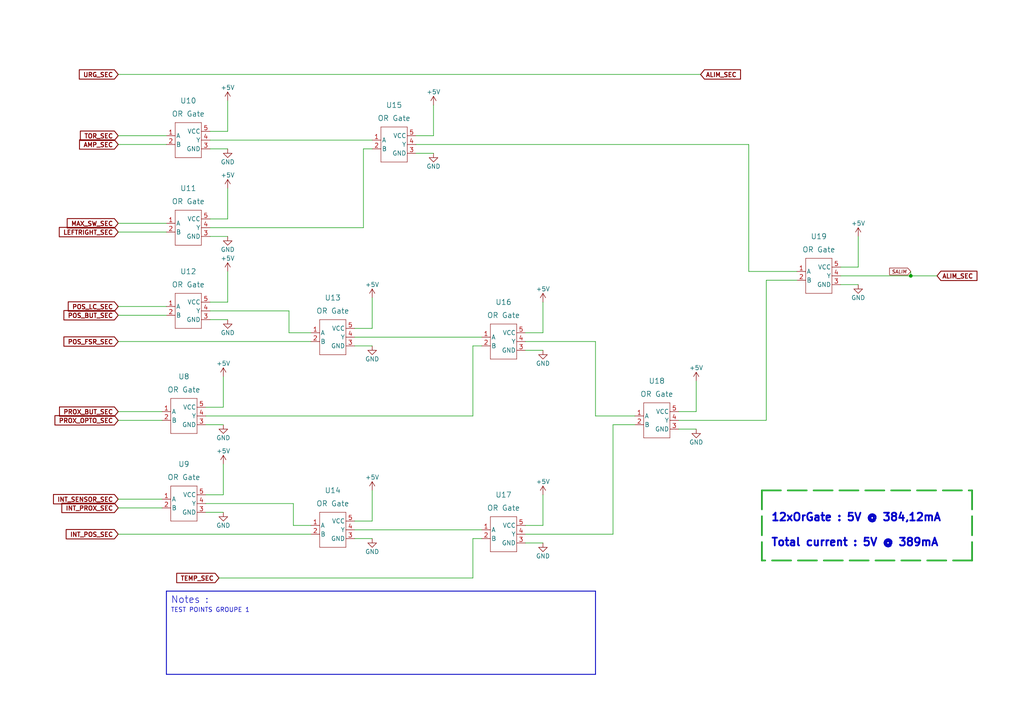
<source format=kicad_sch>
(kicad_sch (version 20211123) (generator eeschema)
  (paper "A4")
  (lib_symbols
    (symbol "SymLib:SN74LVC1G32DBVR" (pin_names (offset 0.254))
      (property "Reference" "U" (at 25.4 10.16 0))
      (property "Value" "SN74LVC1G32DBVR" (at 25.4 7.62 0))
      (symbol "SN74LVC1G32DBVR_0_1"
        (polyline (pts (xy 21.59 -7.62) (xy 29.21 -7.62)) (stroke (width 0.127)))
        (polyline (pts (xy 21.59 2.54) (xy 21.59 -7.62)) (stroke (width 0.127)))
        (polyline (pts (xy 29.21 -7.62) (xy 29.21 2.54)) (stroke (width 0.127)))
        (polyline (pts (xy 29.21 2.54) (xy 21.59 2.54)) (stroke (width 0.127)))
        (pin input line (at 19.05 -1.27 0) (length 2.54) (name "A") (number "1"))
        (pin input line (at 19.05 -3.81 0) (length 2.54) (name "B") (number "2"))
        (pin power_in line (at 31.75 -5.08 180) (length 2.54) (name "GND") (number "3"))
        (pin output line (at 31.75 -2.54 180) (length 2.54) (name "Y") (number "4"))
        (pin power_in line (at 31.75 0 180) (length 2.54) (name "VCC") (number "5"))
      )
    )
    (symbol "power:+5V" (power) (pin_names (offset 0))
      (property "Value" "+5V" (at 0 3.556 0))
      (symbol "+5V_0_1"
        (polyline (pts (xy -0.762 1.27) (xy 0 2.54)))
        (polyline (pts (xy 0 0) (xy 0 2.54)))
        (polyline (pts (xy 0 2.54) (xy 0.762 1.27)))
      )
      (symbol "+5V_1_1"
        (pin power_in line (at 0 0 90) (length 0) hide (name "+5V") (number "1"))
      )
    )
    (symbol "power:GND" (power) (pin_names (offset 0))
      (property "Value" "GND" (at 0 -3.81 0))
      (symbol "GND_0_1"
        (polyline (pts (xy 0 0) (xy 0 -1.27) (xy 1.27 -1.27) (xy 0 -2.54) (xy -1.27 -1.27) (xy 0 -1.27)))
      )
      (symbol "GND_1_1"
        (pin power_in line (at 0 0 270) (length 0) hide (name "GND") (number "1"))
      )
    )
  )
  (junction (at 264.16 80.01))
  (wire (pts (xy 157.48 143.51) (xy 157.48 152.4)))
  (wire (pts (xy 222.25 121.92) (xy 222.25 81.28)))
  (wire (pts (xy 59.69 120.65) (xy 137.16 120.65)))
  (wire (pts (xy 85.09 146.05) (xy 85.09 152.4)))
  (wire (pts (xy 64.77 148.59) (xy 59.69 148.59)))
  (wire (pts (xy 60.96 90.17) (xy 83.82 90.17)))
  (wire (pts (xy 66.04 29.21) (xy 66.04 38.1)))
  (wire (pts (xy 63.5 167.64) (xy 137.16 167.64)))
  (wire (pts (xy 157.48 152.4) (xy 152.4 152.4)))
  (wire (pts (xy 177.8 154.94) (xy 177.8 123.19)))
  (wire (pts (xy 83.82 96.52) (xy 90.17 96.52)))
  (wire (pts (xy 66.04 63.5) (xy 60.96 63.5)))
  (wire (pts (xy 34.29 154.94) (xy 90.17 154.94)))
  (polyline (pts (xy 48.26 171.45) (xy 172.72 171.45)) (stroke (width 0.25) (type solid)))
  (wire (pts (xy 217.17 41.91) (xy 217.17 78.74)))
  (polyline (pts (xy 220.98 142.24) (xy 220.98 162.56)) (stroke (width 0.5) (type dash) (color 37 168 45 1)))
  (wire (pts (xy 34.29 99.06) (xy 90.17 99.06)))
  (wire (pts (xy 34.29 41.91) (xy 48.26 41.91)))
  (wire (pts (xy 107.95 100.33) (xy 102.87 100.33)))
  (wire (pts (xy 137.16 156.21) (xy 139.7 156.21)))
  (wire (pts (xy 264.16 78.74) (xy 264.16 80.01)))
  (wire (pts (xy 102.87 153.67) (xy 139.7 153.67)))
  (wire (pts (xy 66.04 92.71) (xy 60.96 92.71)))
  (wire (pts (xy 152.4 154.94) (xy 177.8 154.94)))
  (wire (pts (xy 66.04 43.18) (xy 60.96 43.18)))
  (wire (pts (xy 34.29 119.38) (xy 46.99 119.38)))
  (wire (pts (xy 66.04 68.58) (xy 60.96 68.58)))
  (wire (pts (xy 222.25 81.28) (xy 231.14 81.28)))
  (wire (pts (xy 34.29 121.92) (xy 46.99 121.92)))
  (wire (pts (xy 172.72 99.06) (xy 172.72 120.65)))
  (wire (pts (xy 248.92 77.47) (xy 243.84 77.47)))
  (wire (pts (xy 157.48 96.52) (xy 152.4 96.52)))
  (wire (pts (xy 66.04 54.61) (xy 66.04 63.5)))
  (wire (pts (xy 83.82 90.17) (xy 83.82 96.52)))
  (wire (pts (xy 64.77 134.62) (xy 64.77 143.51)))
  (wire (pts (xy 107.95 95.25) (xy 102.87 95.25)))
  (wire (pts (xy 157.48 87.63) (xy 157.48 96.52)))
  (wire (pts (xy 172.72 99.06) (xy 152.4 99.06)))
  (polyline (pts (xy 281.94 162.56) (xy 220.98 162.56)) (stroke (width 0.5) (type dash) (color 37 168 45 1)))
  (wire (pts (xy 172.72 120.65) (xy 184.15 120.65)))
  (wire (pts (xy 107.95 86.36) (xy 107.95 95.25)))
  (wire (pts (xy 157.48 101.6) (xy 152.4 101.6)))
  (wire (pts (xy 34.29 67.31) (xy 48.26 67.31)))
  (wire (pts (xy 177.8 123.19) (xy 184.15 123.19)))
  (wire (pts (xy 60.96 66.04) (xy 105.41 66.04)))
  (wire (pts (xy 137.16 100.33) (xy 139.7 100.33)))
  (wire (pts (xy 66.04 87.63) (xy 60.96 87.63)))
  (wire (pts (xy 248.92 68.58) (xy 248.92 77.47)))
  (wire (pts (xy 107.95 151.13) (xy 102.87 151.13)))
  (polyline (pts (xy 172.72 171.45) (xy 172.72 195.58)) (stroke (width 0.25) (type solid)))
  (wire (pts (xy 66.04 38.1) (xy 60.96 38.1)))
  (wire (pts (xy 201.93 110.49) (xy 201.93 119.38)))
  (wire (pts (xy 107.95 156.21) (xy 102.87 156.21)))
  (wire (pts (xy 125.73 44.45) (xy 120.65 44.45)))
  (wire (pts (xy 64.77 118.11) (xy 59.69 118.11)))
  (wire (pts (xy 64.77 143.51) (xy 59.69 143.51)))
  (wire (pts (xy 137.16 167.64) (xy 137.16 156.21)))
  (wire (pts (xy 264.16 80.01) (xy 271.78 80.01)))
  (wire (pts (xy 125.73 30.48) (xy 125.73 39.37)))
  (polyline (pts (xy 172.72 195.58) (xy 48.26 195.58)) (stroke (width 0.25) (type solid)))
  (wire (pts (xy 64.77 109.22) (xy 64.77 118.11)))
  (wire (pts (xy 102.87 97.79) (xy 139.7 97.79)))
  (wire (pts (xy 217.17 78.74) (xy 231.14 78.74)))
  (wire (pts (xy 34.29 39.37) (xy 48.26 39.37)))
  (wire (pts (xy 34.29 64.77) (xy 48.26 64.77)))
  (polyline (pts (xy 220.98 142.24) (xy 281.94 142.24)) (stroke (width 0.5) (type dash) (color 37 168 45 1)))
  (wire (pts (xy 107.95 142.24) (xy 107.95 151.13)))
  (wire (pts (xy 34.29 147.32) (xy 46.99 147.32)))
  (wire (pts (xy 248.92 82.55) (xy 243.84 82.55)))
  (wire (pts (xy 137.16 120.65) (xy 137.16 100.33)))
  (wire (pts (xy 59.69 146.05) (xy 85.09 146.05)))
  (wire (pts (xy 196.85 121.92) (xy 222.25 121.92)))
  (wire (pts (xy 243.84 80.01) (xy 264.16 80.01)))
  (wire (pts (xy 201.93 124.46) (xy 196.85 124.46)))
  (wire (pts (xy 105.41 66.04) (xy 105.41 43.18)))
  (wire (pts (xy 157.48 157.48) (xy 152.4 157.48)))
  (wire (pts (xy 85.09 152.4) (xy 90.17 152.4)))
  (wire (pts (xy 34.29 91.44) (xy 48.26 91.44)))
  (wire (pts (xy 201.93 119.38) (xy 196.85 119.38)))
  (wire (pts (xy 64.77 123.19) (xy 59.69 123.19)))
  (wire (pts (xy 34.29 144.78) (xy 46.99 144.78)))
  (polyline (pts (xy 48.26 171.45) (xy 48.26 195.58)) (stroke (width 0.25) (type solid)))
  (wire (pts (xy 125.73 39.37) (xy 120.65 39.37)))
  (wire (pts (xy 105.41 43.18) (xy 107.95 43.18)))
  (wire (pts (xy 120.65 41.91) (xy 217.17 41.91)))
  (wire (pts (xy 60.96 40.64) (xy 107.95 40.64)))
  (polyline (pts (xy 281.94 142.24) (xy 281.94 162.56)) (stroke (width 0.5) (type dash) (color 37 168 45 1)))
  (wire (pts (xy 66.04 78.74) (xy 66.04 87.63)))
  (wire (pts (xy 34.29 88.9) (xy 48.26 88.9)))
  (wire (pts (xy 34.29 21.59) (xy 203.2 21.59)))
  (text "12xOrGate : 5V @ 384,12mA\n\nTotal current : 5V @ 389mA" (at 223.52 158.75 0) (effects (font (size 2.25 2.25) (thickness 0.5) bold) (justify left bottom)))
  (text "TEST POINTS GROUPE 1" (at 49.53 177.8 0) (effects (font (size 1.27 1.27)) (justify left bottom)))
  (text "Notes :" (at 49.53 175.26 0) (effects (font (size 2 2)) (justify left bottom)))
  (global_label "PROX_BUT_SEC" (shape input) (at 34.29 119.38 180) (effects (font (thickness 0.254) bold)) (property "Intersheet References" "${INTERSHEET_REFS}" (effects hide)))
  (global_label "INT_SENSOR_SEC" (shape input) (at 34.29 144.78 180) (effects (font (thickness 0.254) bold)) (property "Intersheet References" "${INTERSHEET_REFS}" (effects hide)))
  (global_label "TEMP_SEC" (shape input) (at 63.5 167.64 180) (effects (font bold)) (property "Intersheet References" "${INTERSHEET_REFS}" (effects hide)))
  (global_label "TOR_SEC" (shape input) (at 34.29 39.37 180) (effects (font bold)) (property "Intersheet References" "${INTERSHEET_REFS}" (effects hide)))
  (global_label "POS_FSR_SEC" (shape input) (at 34.29 99.06 180) (effects (font (thickness 0.254) bold)) (property "Intersheet References" "${INTERSHEET_REFS}" (effects hide)))
  (global_label "URG_SEC" (shape input) (at 34.29 21.59 180) (effects (font (thickness 0.254) bold)) (property "Intersheet References" "${INTERSHEET_REFS}" (effects hide)))
  (global_label "MAX_SW_SEC" (shape input) (at 34.29 64.77 180) (effects (font (thickness 0.254) bold)) (property "Intersheet References" "${INTERSHEET_REFS}" (effects hide)))
  (global_label "SALIM" (shape input) (at 264.16 78.74 180) (effects (font (size 1 1) italic)) (property "Intersheet References" "${INTERSHEET_REFS}" (effects hide)))
  (global_label "AMP_SEC" (shape input) (at 34.29 41.91 180) (effects (font bold)) (property "Intersheet References" "${INTERSHEET_REFS}" (effects hide)))
  (global_label "POS_LC_SEC" (shape input) (at 34.29 88.9 180) (effects (font (thickness 0.254) bold)) (property "Intersheet References" "${INTERSHEET_REFS}" (effects hide)))
  (global_label "ALIM_SEC" (shape input) (at 271.78 80.01 0) (effects (font (thickness 0.254) bold)) (property "Intersheet References" "${INTERSHEET_REFS}" (effects hide)))
  (global_label "INT_PROX_SEC" (shape input) (at 34.29 147.32 180) (effects (font bold)) (property "Intersheet References" "${INTERSHEET_REFS}" (effects hide)))
  (global_label "INT_POS_SEC" (shape input) (at 34.29 154.94 180) (effects (font bold)) (property "Intersheet References" "${INTERSHEET_REFS}" (effects hide)))
  (global_label "ALIM_SEC" (shape input) (at 203.2 21.59 0) (effects (font (thickness 0.254) bold)) (property "Intersheet References" "${INTERSHEET_REFS}" (effects hide)))
  (global_label "LEFTRIGHT_SEC" (shape input) (at 34.29 67.31 180) (effects (font (thickness 0.254) bold)) (property "Intersheet References" "${INTERSHEET_REFS}" (effects hide)))
  (global_label "PROX_OPTO_SEC" (shape input) (at 34.29 121.92 180) (effects (font (thickness 0.254) bold)) (property "Intersheet References" "${INTERSHEET_REFS}" (effects hide)))
  (global_label "POS_BUT_SEC" (shape input) (at 34.29 91.44 180) (effects (font (thickness 0.254) bold)) (property "Intersheet References" "${INTERSHEET_REFS}" (effects hide)))
  (symbol (lib_id "SymLib:SN74LVC1G32DBVR") (at 165.1 119.38 0) (unit 1)
    (property "Reference" "U18" (at 190.5 110.49 0) (effects (font (size 1.524 1.524))))
    (property "Value" "OR Gate" (at 190.5 114.3 0) (effects (font (size 1.524 1.524))))
    (property "Footprint" "FootPrint:SOT95P270X145-5N" (effects hide))
    (property "DESCRIPTION" "OR Gate IC 1 Channel SOT-23-5" (effects hide))
    (property "MANUFACTURER" "Texas Instruments" (effects hide))
    (property "PACKAGE" "SC-74A, SOT-753" (effects hide))
    (property "PART NUMBER" "SN74LVC1G32DBVR" (effects hide))
    (property "TYPE" "SMD" (effects hide))
  )
  (symbol (lib_id "power:GND") (at 248.92 82.55 0) (unit 1)
    (property "Reference" "#PWR0160" (effects hide))
    (property "Value" "GND" (at 248.92 86.36 0))
  )
  (symbol (lib_id "power:GND") (at 64.77 148.59 0) (unit 1)
    (property "Reference" "#PWR0140" (effects hide))
    (property "Value" "GND" (at 64.77 152.4 0))
  )
  (symbol (lib_id "SymLib:SN74LVC1G32DBVR") (at 120.65 96.52 0) (unit 1)
    (property "Reference" "U16" (at 146.05 87.63 0) (effects (font (size 1.524 1.524))))
    (property "Value" "OR Gate" (at 146.05 91.44 0) (effects (font (size 1.524 1.524))))
    (property "Footprint" "FootPrint:SOT95P270X145-5N" (effects hide))
    (property "DESCRIPTION" "OR Gate IC 1 Channel SOT-23-5" (effects hide))
    (property "MANUFACTURER" "Texas Instruments" (effects hide))
    (property "PACKAGE" "SC-74A, SOT-753" (effects hide))
    (property "PART NUMBER" "SN74LVC1G32DBVR" (effects hide))
    (property "TYPE" "SMD" (effects hide))
  )
  (symbol (lib_id "SymLib:SN74LVC1G32DBVR") (at 29.21 87.63 0) (unit 1)
    (property "Reference" "U12" (at 54.61 78.74 0) (effects (font (size 1.524 1.524))))
    (property "Value" "OR Gate" (at 54.61 82.55 0) (effects (font (size 1.524 1.524))))
    (property "Footprint" "FootPrint:SOT95P270X145-5N" (effects hide))
    (property "DESCRIPTION" "OR Gate IC 1 Channel SOT-23-5" (effects hide))
    (property "MANUFACTURER" "Texas Instruments" (effects hide))
    (property "PACKAGE" "SC-74A, SOT-753" (effects hide))
    (property "PART NUMBER" "SN74LVC1G32DBVR" (effects hide))
    (property "TYPE" "SMD" (effects hide))
  )
  (symbol (lib_id "power:+5V") (at 66.04 78.74 0) (unit 1)
    (property "Reference" "#PWR0145" (effects hide))
    (property "Value" "+5V" (at 66.04 74.93 0))
  )
  (symbol (lib_id "SymLib:SN74LVC1G32DBVR") (at 120.65 152.4 0) (unit 1)
    (property "Reference" "U17" (at 146.05 143.51 0) (effects (font (size 1.524 1.524))))
    (property "Value" "OR Gate" (at 146.05 147.32 0) (effects (font (size 1.524 1.524))))
    (property "Footprint" "FootPrint:SOT95P270X145-5N" (effects hide))
    (property "DESCRIPTION" "OR Gate IC 1 Channel SOT-23-5" (effects hide))
    (property "MANUFACTURER" "Texas Instruments" (effects hide))
    (property "PACKAGE" "SC-74A, SOT-753" (effects hide))
    (property "PART NUMBER" "SN74LVC1G32DBVR" (effects hide))
    (property "TYPE" "SMD" (effects hide))
  )
  (symbol (lib_id "SymLib:SN74LVC1G32DBVR") (at 88.9 39.37 0) (unit 1)
    (property "Reference" "U15" (at 114.3 30.48 0) (effects (font (size 1.524 1.524))))
    (property "Value" "OR Gate" (at 114.3 34.29 0) (effects (font (size 1.524 1.524))))
    (property "Footprint" "FootPrint:SOT95P270X145-5N" (effects hide))
    (property "DESCRIPTION" "OR Gate IC 1 Channel SOT-23-5" (effects hide))
    (property "MANUFACTURER" "Texas Instruments" (effects hide))
    (property "PACKAGE" "SC-74A, SOT-753" (effects hide))
    (property "PART NUMBER" "SN74LVC1G32DBVR" (effects hide))
    (property "TYPE" "SMD" (effects hide))
  )
  (symbol (lib_id "power:+5V") (at 107.95 142.24 0) (unit 1)
    (property "Reference" "#PWR0149" (effects hide))
    (property "Value" "+5V" (at 107.95 138.43 0))
  )
  (symbol (lib_id "power:GND") (at 64.77 123.19 0) (unit 1)
    (property "Reference" "#PWR0138" (effects hide))
    (property "Value" "GND" (at 64.77 127 0))
  )
  (symbol (lib_id "SymLib:SN74LVC1G32DBVR") (at 29.21 38.1 0) (unit 1)
    (property "Reference" "U10" (at 54.61 29.21 0) (effects (font (size 1.524 1.524))))
    (property "Value" "OR Gate" (at 54.61 33.02 0) (effects (font (size 1.524 1.524))))
    (property "Footprint" "FootPrint:SOT95P270X145-5N" (effects hide))
    (property "DESCRIPTION" "OR Gate IC 1 Channel SOT-23-5" (effects hide))
    (property "MANUFACTURER" "Texas Instruments" (effects hide))
    (property "PACKAGE" "SC-74A, SOT-753" (effects hide))
    (property "PART NUMBER" "SN74LVC1G32DBVR" (effects hide))
    (property "TYPE" "SMD" (effects hide))
  )
  (symbol (lib_id "power:GND") (at 107.95 100.33 0) (unit 1)
    (property "Reference" "#PWR0148" (effects hide))
    (property "Value" "GND" (at 107.95 104.14 0))
  )
  (symbol (lib_id "power:+5V") (at 125.73 30.48 0) (unit 1)
    (property "Reference" "#PWR0151" (effects hide))
    (property "Value" "+5V" (at 125.73 26.67 0))
  )
  (symbol (lib_id "power:GND") (at 66.04 43.18 0) (unit 1)
    (property "Reference" "#PWR0142" (effects hide))
    (property "Value" "GND" (at 66.04 46.99 0))
  )
  (symbol (lib_id "power:+5V") (at 64.77 134.62 0) (unit 1)
    (property "Reference" "#PWR0139" (effects hide))
    (property "Value" "+5V" (at 64.77 130.81 0))
  )
  (symbol (lib_id "SymLib:SN74LVC1G32DBVR") (at 212.09 77.47 0) (unit 1)
    (property "Reference" "U19" (at 237.49 68.58 0) (effects (font (size 1.524 1.524))))
    (property "Value" "OR Gate" (at 237.49 72.39 0) (effects (font (size 1.524 1.524))))
    (property "Footprint" "FootPrint:SOT95P270X145-5N" (effects hide))
    (property "DESCRIPTION" "OR Gate IC 1 Channel SOT-23-5" (effects hide))
    (property "MANUFACTURER" "Texas Instruments" (effects hide))
    (property "PACKAGE" "SC-74A, SOT-753" (effects hide))
    (property "PART NUMBER" "SN74LVC1G32DBVR" (effects hide))
    (property "TYPE" "SMD" (effects hide))
  )
  (symbol (lib_id "power:GND") (at 125.73 44.45 0) (unit 1)
    (property "Reference" "#PWR0152" (effects hide))
    (property "Value" "GND" (at 125.73 48.26 0))
  )
  (symbol (lib_id "SymLib:SN74LVC1G32DBVR") (at 29.21 63.5 0) (unit 1)
    (property "Reference" "U11" (at 54.61 54.61 0) (effects (font (size 1.524 1.524))))
    (property "Value" "OR Gate" (at 54.61 58.42 0) (effects (font (size 1.524 1.524))))
    (property "Footprint" "FootPrint:SOT95P270X145-5N" (effects hide))
    (property "DESCRIPTION" "OR Gate IC 1 Channel SOT-23-5" (effects hide))
    (property "MANUFACTURER" "Texas Instruments" (effects hide))
    (property "PACKAGE" "SC-74A, SOT-753" (effects hide))
    (property "PART NUMBER" "SN74LVC1G32DBVR" (effects hide))
    (property "TYPE" "SMD" (effects hide))
  )
  (symbol (lib_id "SymLib:SN74LVC1G32DBVR") (at 27.94 118.11 0) (unit 1)
    (property "Reference" "U8" (at 53.34 109.22 0) (effects (font (size 1.524 1.524))))
    (property "Value" "OR Gate" (at 53.34 113.03 0) (effects (font (size 1.524 1.524))))
    (property "Footprint" "FootPrint:SOT95P270X145-5N" (effects hide))
    (property "DESCRIPTION" "OR Gate IC 1 Channel SOT-23-5" (effects hide))
    (property "MANUFACTURER" "Texas Instruments" (effects hide))
    (property "PACKAGE" "SC-74A, SOT-753" (effects hide))
    (property "PART NUMBER" "SN74LVC1G32DBVR" (effects hide))
    (property "TYPE" "SMD" (effects hide))
  )
  (symbol (lib_id "power:+5V") (at 248.92 68.58 0) (unit 1)
    (property "Reference" "#PWR0159" (effects hide))
    (property "Value" "+5V" (at 248.92 64.77 0))
  )
  (symbol (lib_id "SymLib:SN74LVC1G32DBVR") (at 71.12 95.25 0) (unit 1)
    (property "Reference" "U13" (at 96.52 86.36 0) (effects (font (size 1.524 1.524))))
    (property "Value" "OR Gate" (at 96.52 90.17 0) (effects (font (size 1.524 1.524))))
    (property "Footprint" "FootPrint:SOT95P270X145-5N" (effects hide))
    (property "DESCRIPTION" "OR Gate IC 1 Channel SOT-23-5" (effects hide))
    (property "MANUFACTURER" "Texas Instruments" (effects hide))
    (property "PACKAGE" "SC-74A, SOT-753" (effects hide))
    (property "PART NUMBER" "SN74LVC1G32DBVR" (effects hide))
    (property "TYPE" "SMD" (effects hide))
  )
  (symbol (lib_id "SymLib:SN74LVC1G32DBVR") (at 27.94 143.51 0) (unit 1)
    (property "Reference" "U9" (at 53.34 134.62 0) (effects (font (size 1.524 1.524))))
    (property "Value" "OR Gate" (at 53.34 138.43 0) (effects (font (size 1.524 1.524))))
    (property "Footprint" "FootPrint:SOT95P270X145-5N" (effects hide))
    (property "DESCRIPTION" "OR Gate IC 1 Channel SOT-23-5" (effects hide))
    (property "MANUFACTURER" "Texas Instruments" (effects hide))
    (property "PACKAGE" "SC-74A, SOT-753" (effects hide))
    (property "PART NUMBER" "SN74LVC1G32DBVR" (effects hide))
    (property "TYPE" "SMD" (effects hide))
  )
  (symbol (lib_id "power:GND") (at 157.48 157.48 0) (unit 1)
    (property "Reference" "#PWR0156" (effects hide))
    (property "Value" "GND" (at 157.48 161.29 0))
  )
  (symbol (lib_id "power:GND") (at 107.95 156.21 0) (unit 1)
    (property "Reference" "#PWR0150" (effects hide))
    (property "Value" "GND" (at 107.95 160.02 0))
  )
  (symbol (lib_id "power:+5V") (at 107.95 86.36 0) (unit 1)
    (property "Reference" "#PWR0147" (effects hide))
    (property "Value" "+5V" (at 107.95 82.55 0))
  )
  (symbol (lib_id "power:+5V") (at 66.04 29.21 0) (unit 1)
    (property "Reference" "#PWR0141" (effects hide))
    (property "Value" "+5V" (at 66.04 25.4 0))
  )
  (symbol (lib_id "power:+5V") (at 64.77 109.22 0) (unit 1)
    (property "Reference" "#PWR0137" (effects hide))
    (property "Value" "+5V" (at 64.77 105.41 0))
  )
  (symbol (lib_id "power:GND") (at 201.93 124.46 0) (unit 1)
    (property "Reference" "#PWR0158" (effects hide))
    (property "Value" "GND" (at 201.93 128.27 0))
  )
  (symbol (lib_id "power:+5V") (at 201.93 110.49 0) (unit 1)
    (property "Reference" "#PWR0157" (effects hide))
    (property "Value" "+5V" (at 201.93 106.68 0))
  )
  (symbol (lib_id "power:+5V") (at 66.04 54.61 0) (unit 1)
    (property "Reference" "#PWR0143" (effects hide))
    (property "Value" "+5V" (at 66.04 50.8 0))
  )
  (symbol (lib_id "power:GND") (at 157.48 101.6 0) (unit 1)
    (property "Reference" "#PWR0154" (effects hide))
    (property "Value" "GND" (at 157.48 105.41 0))
  )
  (symbol (lib_id "power:GND") (at 66.04 92.71 0) (unit 1)
    (property "Reference" "#PWR0146" (effects hide))
    (property "Value" "GND" (at 66.04 96.52 0))
  )
  (symbol (lib_id "power:+5V") (at 157.48 143.51 0) (unit 1)
    (property "Reference" "#PWR0155" (effects hide))
    (property "Value" "+5V" (at 157.48 139.7 0))
  )
  (symbol (lib_id "SymLib:SN74LVC1G32DBVR") (at 71.12 151.13 0) (unit 1)
    (property "Reference" "U14" (at 96.52 142.24 0) (effects (font (size 1.524 1.524))))
    (property "Value" "OR Gate" (at 96.52 146.05 0) (effects (font (size 1.524 1.524))))
    (property "Footprint" "FootPrint:SOT95P270X145-5N" (effects hide))
    (property "DESCRIPTION" "OR Gate IC 1 Channel SOT-23-5" (effects hide))
    (property "MANUFACTURER" "Texas Instruments" (effects hide))
    (property "PACKAGE" "SC-74A, SOT-753" (effects hide))
    (property "PART NUMBER" "SN74LVC1G32DBVR" (effects hide))
    (property "TYPE" "SMD" (effects hide))
  )
  (symbol (lib_id "power:+5V") (at 157.48 87.63 0) (unit 1)
    (property "Reference" "#PWR0153" (effects hide))
    (property "Value" "+5V" (at 157.48 83.82 0))
  )
  (symbol (lib_id "power:GND") (at 66.04 68.58 0) (unit 1)
    (property "Reference" "#PWR0144" (effects hide))
    (property "Value" "GND" (at 66.04 72.39 0))
  )
)
</source>
